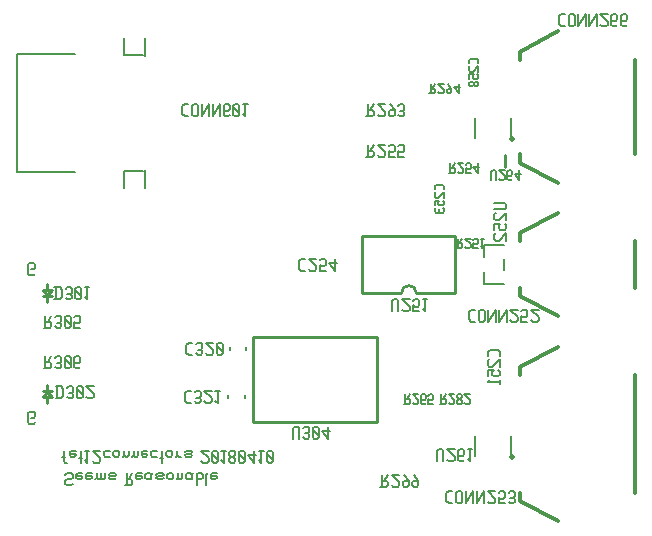
<source format=gbr>
G04 start of page 9 for group -4078 idx -4078 *
G04 Title: fet12connectors, bottomsilk *
G04 Creator: pcb 20140316 *
G04 CreationDate: Thu 12 Apr 2018 02:27:47 AM GMT UTC *
G04 For: brian *
G04 Format: Gerber/RS-274X *
G04 PCB-Dimensions (mil): 6000.00 5000.00 *
G04 PCB-Coordinate-Origin: lower left *
%MOIN*%
%FSLAX25Y25*%
%LNBOTTOMSILK*%
%ADD61C,0.0200*%
%ADD60C,0.0120*%
%ADD59C,0.0080*%
%ADD58C,0.0100*%
G54D58*X191000Y256500D02*X194000D01*
X191000D02*X192500Y258000D01*
X194000Y256500D01*
X191000Y258500D02*X194000D01*
X192500Y260500D02*Y258500D01*
Y256500D02*Y254500D01*
X345000Y337000D02*Y333000D01*
X191000Y292000D02*X194000D01*
X192500Y290500D01*
Y290000D02*Y288000D01*
Y292000D02*Y294000D01*
Y290500D02*X191000Y292000D01*
Y290000D02*X194000D01*
G54D59*X187960Y247480D02*X188450Y247970D01*
X186490Y247480D02*X187960D01*
X186000Y247970D02*X186490Y247480D01*
X186000Y247970D02*Y250910D01*
X186490Y251400D01*
X187960D01*
X188450Y250910D01*
Y249930D02*Y250910D01*
X187960Y249440D02*X188450Y249930D01*
X186980Y249440D02*X187960D01*
Y296980D02*X188450Y297470D01*
X186490Y296980D02*X187960D01*
X186000Y297470D02*X186490Y296980D01*
X186000Y297470D02*Y300410D01*
X186490Y300900D01*
X187960D01*
X188450Y300410D01*
Y299430D02*Y300410D01*
X187960Y298940D02*X188450Y299430D01*
X186980Y298940D02*X187960D01*
X200460Y226980D02*X200950Y227470D01*
X198990Y226980D02*X200460D01*
X198500Y227470D02*X198990Y226980D01*
X198500Y227470D02*Y228450D01*
X198990Y228940D01*
X200460D01*
X200950Y229430D01*
Y230410D01*
X200460Y230900D02*X200950Y230410D01*
X198990Y230900D02*X200460D01*
X198500Y230410D02*X198990Y230900D01*
X202616D02*X204086D01*
X202126Y230410D02*X202616Y230900D01*
X202126Y229430D02*Y230410D01*
Y229430D02*X202616Y228940D01*
X203596D01*
X204086Y229430D01*
X202126Y229920D02*X204086D01*
Y229430D02*Y229920D01*
X205752Y230900D02*X207222D01*
X205262Y230410D02*X205752Y230900D01*
X205262Y229430D02*Y230410D01*
Y229430D02*X205752Y228940D01*
X206732D01*
X207222Y229430D01*
X205262Y229920D02*X207222D01*
Y229430D02*Y229920D01*
X208888Y229430D02*Y230900D01*
Y229430D02*X209378Y228940D01*
X209868D01*
X210358Y229430D01*
Y230900D01*
Y229430D02*X210848Y228940D01*
X211338D01*
X211828Y229430D01*
Y230900D01*
X208398Y228940D02*X208888Y229430D01*
X213494Y230900D02*X214964D01*
X215454Y230410D01*
X214964Y229920D02*X215454Y230410D01*
X213494Y229920D02*X214964D01*
X213004Y229430D02*X213494Y229920D01*
X213004Y229430D02*X213494Y228940D01*
X214964D01*
X215454Y229430D01*
X213004Y230410D02*X213494Y230900D01*
X218394Y226980D02*X220354D01*
X220844Y227470D01*
Y228450D01*
X220354Y228940D02*X220844Y228450D01*
X218884Y228940D02*X220354D01*
X218884Y226980D02*Y230900D01*
X219668Y228940D02*X220844Y230900D01*
X222510D02*X223980D01*
X222020Y230410D02*X222510Y230900D01*
X222020Y229430D02*Y230410D01*
Y229430D02*X222510Y228940D01*
X223490D01*
X223980Y229430D01*
X222020Y229920D02*X223980D01*
Y229430D02*Y229920D01*
X226626Y228940D02*X227116Y229430D01*
X225646Y228940D02*X226626D01*
X225156Y229430D02*X225646Y228940D01*
X225156Y229430D02*Y230410D01*
X225646Y230900D01*
X227116Y228940D02*Y230410D01*
X227606Y230900D01*
X225646D02*X226626D01*
X227116Y230410D01*
X229272Y230900D02*X230742D01*
X231232Y230410D01*
X230742Y229920D02*X231232Y230410D01*
X229272Y229920D02*X230742D01*
X228782Y229430D02*X229272Y229920D01*
X228782Y229430D02*X229272Y228940D01*
X230742D01*
X231232Y229430D01*
X228782Y230410D02*X229272Y230900D01*
X232408Y229430D02*Y230410D01*
Y229430D02*X232898Y228940D01*
X233878D01*
X234368Y229430D01*
Y230410D01*
X233878Y230900D02*X234368Y230410D01*
X232898Y230900D02*X233878D01*
X232408Y230410D02*X232898Y230900D01*
X236034Y229430D02*Y230900D01*
Y229430D02*X236524Y228940D01*
X237014D01*
X237504Y229430D01*
Y230900D01*
X235544Y228940D02*X236034Y229430D01*
X240150Y228940D02*X240640Y229430D01*
X239170Y228940D02*X240150D01*
X238680Y229430D02*X239170Y228940D01*
X238680Y229430D02*Y230410D01*
X239170Y230900D01*
X240640Y228940D02*Y230410D01*
X241130Y230900D01*
X239170D02*X240150D01*
X240640Y230410D01*
X242306Y226980D02*Y230900D01*
Y230410D02*X242796Y230900D01*
X243776D01*
X244266Y230410D01*
Y229430D02*Y230410D01*
X243776Y228940D02*X244266Y229430D01*
X242796Y228940D02*X243776D01*
X242306Y229430D02*X242796Y228940D01*
X245442Y226980D02*Y230410D01*
X245932Y230900D01*
X247402D02*X248872D01*
X246912Y230410D02*X247402Y230900D01*
X246912Y229430D02*Y230410D01*
Y229430D02*X247402Y228940D01*
X248382D01*
X248872Y229430D01*
X246912Y229920D02*X248872D01*
Y229430D02*Y229920D01*
X197990Y234970D02*Y238400D01*
Y234970D02*X198480Y234480D01*
X198970D01*
X197500Y236440D02*X198480D01*
X200440Y238400D02*X201910D01*
X199950Y237910D02*X200440Y238400D01*
X199950Y236930D02*Y237910D01*
Y236930D02*X200440Y236440D01*
X201420D01*
X201910Y236930D01*
X199950Y237420D02*X201910D01*
Y236930D02*Y237420D01*
X203576Y234480D02*Y237910D01*
X204066Y238400D01*
X203086Y235950D02*X204066D01*
X205046Y235264D02*X205830Y234480D01*
Y238400D01*
X205046D02*X206516D01*
X207692Y234970D02*X208182Y234480D01*
X209652D01*
X210142Y234970D01*
Y235950D01*
X207692Y238400D02*X210142Y235950D01*
X207692Y238400D02*X210142D01*
X211808Y236440D02*X213278D01*
X211318Y236930D02*X211808Y236440D01*
X211318Y236930D02*Y237910D01*
X211808Y238400D01*
X213278D01*
X214454Y236930D02*Y237910D01*
Y236930D02*X214944Y236440D01*
X215924D01*
X216414Y236930D01*
Y237910D01*
X215924Y238400D02*X216414Y237910D01*
X214944Y238400D02*X215924D01*
X214454Y237910D02*X214944Y238400D01*
X218080Y236930D02*Y238400D01*
Y236930D02*X218570Y236440D01*
X219060D01*
X219550Y236930D01*
Y238400D01*
X217590Y236440D02*X218080Y236930D01*
X221216D02*Y238400D01*
Y236930D02*X221706Y236440D01*
X222196D01*
X222686Y236930D01*
Y238400D01*
X220726Y236440D02*X221216Y236930D01*
X224352Y238400D02*X225822D01*
X223862Y237910D02*X224352Y238400D01*
X223862Y236930D02*Y237910D01*
Y236930D02*X224352Y236440D01*
X225332D01*
X225822Y236930D01*
X223862Y237420D02*X225822D01*
Y236930D02*Y237420D01*
X227488Y236440D02*X228958D01*
X226998Y236930D02*X227488Y236440D01*
X226998Y236930D02*Y237910D01*
X227488Y238400D01*
X228958D01*
X230624Y234480D02*Y237910D01*
X231114Y238400D01*
X230134Y235950D02*X231114D01*
X232094Y236930D02*Y237910D01*
Y236930D02*X232584Y236440D01*
X233564D01*
X234054Y236930D01*
Y237910D01*
X233564Y238400D02*X234054Y237910D01*
X232584Y238400D02*X233564D01*
X232094Y237910D02*X232584Y238400D01*
X235720Y236930D02*Y238400D01*
Y236930D02*X236210Y236440D01*
X237190D01*
X235230D02*X235720Y236930D01*
X238856Y238400D02*X240326D01*
X240816Y237910D01*
X240326Y237420D02*X240816Y237910D01*
X238856Y237420D02*X240326D01*
X238366Y236930D02*X238856Y237420D01*
X238366Y236930D02*X238856Y236440D01*
X240326D01*
X240816Y236930D01*
X238366Y237910D02*X238856Y238400D01*
X243756Y234970D02*X244246Y234480D01*
X245716D01*
X246206Y234970D01*
Y235950D01*
X243756Y238400D02*X246206Y235950D01*
X243756Y238400D02*X246206D01*
X247382Y237910D02*X247872Y238400D01*
X247382Y234970D02*Y237910D01*
Y234970D02*X247872Y234480D01*
X248852D01*
X249342Y234970D01*
Y237910D01*
X248852Y238400D02*X249342Y237910D01*
X247872Y238400D02*X248852D01*
X247382Y237420D02*X249342Y235460D01*
X250518Y235264D02*X251302Y234480D01*
Y238400D01*
X250518D02*X251988D01*
X253164Y237910D02*X253654Y238400D01*
X253164Y237126D02*Y237910D01*
Y237126D02*X253850Y236440D01*
X254438D01*
X255124Y237126D01*
Y237910D01*
X254634Y238400D02*X255124Y237910D01*
X253654Y238400D02*X254634D01*
X253164Y235754D02*X253850Y236440D01*
X253164Y234970D02*Y235754D01*
Y234970D02*X253654Y234480D01*
X254634D01*
X255124Y234970D01*
Y235754D01*
X254438Y236440D02*X255124Y235754D01*
X256300Y237910D02*X256790Y238400D01*
X256300Y234970D02*Y237910D01*
Y234970D02*X256790Y234480D01*
X257770D01*
X258260Y234970D01*
Y237910D01*
X257770Y238400D02*X258260Y237910D01*
X256790Y238400D02*X257770D01*
X256300Y237420D02*X258260Y235460D01*
X259436Y236930D02*X261396Y234480D01*
X259436Y236930D02*X261886D01*
X261396Y234480D02*Y238400D01*
X263062Y235264D02*X263846Y234480D01*
Y238400D01*
X263062D02*X264532D01*
X265708Y237910D02*X266198Y238400D01*
X265708Y234970D02*Y237910D01*
Y234970D02*X266198Y234480D01*
X267178D01*
X267668Y234970D01*
Y237910D01*
X267178Y238400D02*X267668Y237910D01*
X266198Y238400D02*X267178D01*
X265708Y237420D02*X267668Y235460D01*
G54D60*X388260Y337252D02*Y368748D01*
X349953Y334496D02*Y337252D01*
Y334496D02*X362551Y327803D01*
X349953Y368748D02*Y371504D01*
X362551Y378197D01*
G54D59*X338173Y306878D02*Y302862D01*
Y306878D02*X344827D01*
X338173Y298138D02*Y294122D01*
X344827D01*
Y302469D02*Y298531D01*
G54D61*X347299Y342457D03*
G54D59*X334996Y349445D02*Y342555D01*
X347004Y349445D02*Y342555D01*
G54D60*X388260Y292626D02*Y308374D01*
X349953Y289870D02*Y292626D01*
Y289870D02*X362551Y283177D01*
X349953Y308374D02*Y311130D01*
X362551Y317823D01*
X388260Y224315D02*Y263685D01*
X349953Y221559D02*Y224315D01*
Y221559D02*X362551Y214866D01*
X349953Y263685D02*Y266441D01*
X362551Y273134D01*
G54D61*X347299Y236457D03*
G54D59*X334996Y243445D02*Y236555D01*
X347004Y243445D02*Y236555D01*
G54D58*X297500Y291000D02*Y310000D01*
X328500D01*
Y291000D01*
X297500D02*X310500D01*
X328500D02*X315500D01*
G75*G03X310500Y291000I-2500J0D01*G01*
G54D59*X258755Y272893D02*Y272107D01*
X253245Y272893D02*Y272107D01*
X252745Y256893D02*Y256107D01*
X258255Y256893D02*Y256107D01*
G54D58*X261100Y248000D02*X302500D01*
X261100Y276500D02*Y248000D01*
Y276500D02*X302500D01*
Y248000D01*
G54D59*X225185Y376000D02*Y369898D01*
Y332102D02*Y326000D01*
X218098Y370488D02*X224398D01*
X218098Y331512D02*X224398D01*
X218098Y376000D02*Y370488D01*
Y331512D02*Y326000D01*
X182272Y370685D02*Y331315D01*
Y370685D02*X201563D01*
X182272Y331315D02*X201563D01*
X277050Y302350D02*X278350D01*
X276350Y301650D02*X277050Y302350D01*
X276350Y299050D02*Y301650D01*
Y299050D02*X277050Y298350D01*
X278350D01*
X279550Y298850D02*X280050Y298350D01*
X281550D01*
X282050Y298850D01*
Y299850D01*
X279550Y302350D02*X282050Y299850D01*
X279550Y302350D02*X282050D01*
X283250Y298350D02*X285250D01*
X283250D02*Y300350D01*
X283750Y299850D01*
X284750D01*
X285250Y300350D01*
Y301850D01*
X284750Y302350D02*X285250Y301850D01*
X283750Y302350D02*X284750D01*
X283250Y301850D02*X283750Y302350D01*
X286450Y300850D02*X288450Y298350D01*
X286450Y300850D02*X288950D01*
X288450Y298350D02*Y302350D01*
X239550Y274350D02*X240850D01*
X238850Y273650D02*X239550Y274350D01*
X238850Y271050D02*Y273650D01*
Y271050D02*X239550Y270350D01*
X240850D01*
X242050Y270850D02*X242550Y270350D01*
X243550D01*
X244050Y270850D01*
X243550Y274350D02*X244050Y273850D01*
X242550Y274350D02*X243550D01*
X242050Y273850D02*X242550Y274350D01*
Y272150D02*X243550D01*
X244050Y270850D02*Y271650D01*
Y272650D02*Y273850D01*
Y272650D02*X243550Y272150D01*
X244050Y271650D02*X243550Y272150D01*
X245250Y270850D02*X245750Y270350D01*
X247250D01*
X247750Y270850D01*
Y271850D01*
X245250Y274350D02*X247750Y271850D01*
X245250Y274350D02*X247750D01*
X248950Y273850D02*X249450Y274350D01*
X248950Y270850D02*Y273850D01*
Y270850D02*X249450Y270350D01*
X250450D01*
X250950Y270850D01*
Y273850D01*
X250450Y274350D02*X250950Y273850D01*
X249450Y274350D02*X250450D01*
X248950Y273350D02*X250950Y271350D01*
X324700Y325610D02*Y326611D01*
X324161Y327150D02*X324700Y326611D01*
X322159Y327150D02*X324161D01*
X322159D02*X321620Y326611D01*
Y325610D02*Y326611D01*
X322005Y324686D02*X321620Y324301D01*
Y323146D02*Y324301D01*
Y323146D02*X322005Y322761D01*
X322775D01*
X324700Y324686D02*X322775Y322761D01*
X324700D02*Y324686D01*
X321620Y320297D02*Y321837D01*
X323160D01*
X322775Y321452D01*
Y320682D02*Y321452D01*
Y320682D02*X323160Y320297D01*
X324315D01*
X324700Y320682D02*X324315Y320297D01*
X324700Y320682D02*Y321452D01*
X324315Y321837D02*X324700Y321452D01*
X322005Y319373D02*X321620Y318988D01*
Y318218D02*Y318988D01*
Y318218D02*X322005Y317833D01*
X324700Y318218D02*X324315Y317833D01*
X324700Y318218D02*Y318988D01*
X324315Y319373D02*X324700Y318988D01*
X323006Y318218D02*Y318988D01*
X322005Y317833D02*X322621D01*
X323391D02*X324315D01*
X323391D02*X323006Y318218D01*
X322621Y317833D02*X323006Y318218D01*
X336150Y367630D02*Y368618D01*
X335618Y369150D02*X336150Y368618D01*
X333642Y369150D02*X335618D01*
X333642D02*X333110Y368618D01*
Y367630D02*Y368618D01*
X333490Y366718D02*X333110Y366338D01*
Y365198D02*Y366338D01*
Y365198D02*X333490Y364818D01*
X334250D01*
X336150Y366718D02*X334250Y364818D01*
X336150D02*Y366718D01*
X333110Y362386D02*Y363906D01*
X334630D01*
X334250Y363526D01*
Y362766D02*Y363526D01*
Y362766D02*X334630Y362386D01*
X335770D01*
X336150Y362766D02*X335770Y362386D01*
X336150Y362766D02*Y363526D01*
X335770Y363906D02*X336150Y363526D01*
X335770Y361474D02*X336150Y361094D01*
X335162Y361474D02*X335770D01*
X335162D02*X334630Y360942D01*
Y360486D02*Y360942D01*
Y360486D02*X335162Y359954D01*
X335770D01*
X336150Y360334D02*X335770Y359954D01*
X336150Y360334D02*Y361094D01*
X334098Y361474D02*X334630Y360942D01*
X333490Y361474D02*X334098D01*
X333490D02*X333110Y361094D01*
Y360334D02*Y361094D01*
Y360334D02*X333490Y359954D01*
X334098D01*
X334630Y360486D02*X334098Y359954D01*
X319850Y357620D02*X321390D01*
X321775Y358005D01*
Y358775D01*
X321390Y359160D02*X321775Y358775D01*
X320235Y359160D02*X321390D01*
X320235Y357620D02*Y360700D01*
X320851Y359160D02*X321775Y360700D01*
X322699Y358005D02*X323084Y357620D01*
X324239D01*
X324624Y358005D01*
Y358775D01*
X322699Y360700D02*X324624Y358775D01*
X322699Y360700D02*X324624D01*
X325933D02*X327088Y359160D01*
Y358005D02*Y359160D01*
X326703Y357620D02*X327088Y358005D01*
X325933Y357620D02*X326703D01*
X325548Y358005D02*X325933Y357620D01*
X325548Y358005D02*Y358775D01*
X325933Y359160D01*
X327088D01*
X328012Y359545D02*X329552Y357620D01*
X328012Y359545D02*X329937D01*
X329552Y357620D02*Y360700D01*
X298850Y349850D02*X300850D01*
X301350Y350350D01*
Y351350D01*
X300850Y351850D02*X301350Y351350D01*
X299350Y351850D02*X300850D01*
X299350Y349850D02*Y353850D01*
X300150Y351850D02*X301350Y353850D01*
X302550Y350350D02*X303050Y349850D01*
X304550D01*
X305050Y350350D01*
Y351350D01*
X302550Y353850D02*X305050Y351350D01*
X302550Y353850D02*X305050D01*
X306750D02*X308250Y351850D01*
Y350350D02*Y351850D01*
X307750Y349850D02*X308250Y350350D01*
X306750Y349850D02*X307750D01*
X306250Y350350D02*X306750Y349850D01*
X306250Y350350D02*Y351350D01*
X306750Y351850D01*
X308250D01*
X309450Y350350D02*X309950Y349850D01*
X310950D01*
X311450Y350350D01*
X310950Y353850D02*X311450Y353350D01*
X309950Y353850D02*X310950D01*
X309450Y353350D02*X309950Y353850D01*
Y351650D02*X310950D01*
X311450Y350350D02*Y351150D01*
Y352150D02*Y353350D01*
Y352150D02*X310950Y351650D01*
X311450Y351150D02*X310950Y351650D01*
X298850Y336350D02*X300850D01*
X301350Y336850D01*
Y337850D01*
X300850Y338350D02*X301350Y337850D01*
X299350Y338350D02*X300850D01*
X299350Y336350D02*Y340350D01*
X300150Y338350D02*X301350Y340350D01*
X302550Y336850D02*X303050Y336350D01*
X304550D01*
X305050Y336850D01*
Y337850D01*
X302550Y340350D02*X305050Y337850D01*
X302550Y340350D02*X305050D01*
X306250Y336350D02*X308250D01*
X306250D02*Y338350D01*
X306750Y337850D01*
X307750D01*
X308250Y338350D01*
Y339850D01*
X307750Y340350D02*X308250Y339850D01*
X306750Y340350D02*X307750D01*
X306250Y339850D02*X306750Y340350D01*
X309450Y336350D02*X311450D01*
X309450D02*Y338350D01*
X309950Y337850D01*
X310950D01*
X311450Y338350D01*
Y339850D01*
X310950Y340350D02*X311450Y339850D01*
X309950Y340350D02*X310950D01*
X309450Y339850D02*X309950Y340350D01*
X326350Y331120D02*X327890D01*
X328275Y331505D01*
Y332275D01*
X327890Y332660D02*X328275Y332275D01*
X326735Y332660D02*X327890D01*
X326735Y331120D02*Y334200D01*
X327351Y332660D02*X328275Y334200D01*
X329199Y331505D02*X329584Y331120D01*
X330739D01*
X331124Y331505D01*
Y332275D01*
X329199Y334200D02*X331124Y332275D01*
X329199Y334200D02*X331124D01*
X332048Y331120D02*X333588D01*
X332048D02*Y332660D01*
X332433Y332275D01*
X333203D01*
X333588Y332660D01*
Y333815D01*
X333203Y334200D02*X333588Y333815D01*
X332433Y334200D02*X333203D01*
X332048Y333815D02*X332433Y334200D01*
X334512Y333045D02*X336052Y331120D01*
X334512Y333045D02*X336437D01*
X336052Y331120D02*Y334200D01*
X328850Y306110D02*X330370D01*
X330750Y306490D01*
Y307250D01*
X330370Y307630D02*X330750Y307250D01*
X329230Y307630D02*X330370D01*
X329230Y306110D02*Y309150D01*
X329838Y307630D02*X330750Y309150D01*
X331662Y306490D02*X332042Y306110D01*
X333182D01*
X333562Y306490D01*
Y307250D01*
X331662Y309150D02*X333562Y307250D01*
X331662Y309150D02*X333562D01*
X334474Y306110D02*X335994D01*
X334474D02*Y307630D01*
X334854Y307250D01*
X335614D01*
X335994Y307630D01*
Y308770D01*
X335614Y309150D02*X335994Y308770D01*
X334854Y309150D02*X335614D01*
X334474Y308770D02*X334854Y309150D01*
X336906Y306718D02*X337514Y306110D01*
Y309150D01*
X336906D02*X338046D01*
X341500Y321000D02*X345000D01*
X345500Y320500D01*
Y319500D02*Y320500D01*
Y319500D02*X345000Y319000D01*
X341500D02*X345000D01*
X342000Y317800D02*X341500Y317300D01*
Y315800D02*Y317300D01*
Y315800D02*X342000Y315300D01*
X343000D01*
X345500Y317800D02*X343000Y315300D01*
X345500D02*Y317800D01*
X341500Y312100D02*Y314100D01*
X343500D01*
X343000Y313600D01*
Y312600D02*Y313600D01*
Y312600D02*X343500Y312100D01*
X345000D01*
X345500Y312600D02*X345000Y312100D01*
X345500Y312600D02*Y313600D01*
X345000Y314100D02*X345500Y313600D01*
X342000Y310900D02*X341500Y310400D01*
Y308900D02*Y310400D01*
Y308900D02*X342000Y308400D01*
X343000D01*
X345500Y310900D02*X343000Y308400D01*
X345500D02*Y310900D01*
X340500Y328770D02*Y331465D01*
X340885Y331850D01*
X341655D01*
X342040Y331465D01*
Y328770D02*Y331465D01*
X342964Y329155D02*X343349Y328770D01*
X344504D01*
X344889Y329155D01*
Y329925D01*
X342964Y331850D02*X344889Y329925D01*
X342964Y331850D02*X344889D01*
X346968Y328770D02*X347353Y329155D01*
X346198Y328770D02*X346968D01*
X345813Y329155D02*X346198Y328770D01*
X345813Y329155D02*Y331465D01*
X346198Y331850D01*
X346968Y330156D02*X347353Y330541D01*
X345813Y330156D02*X346968D01*
X346198Y331850D02*X346968D01*
X347353Y331465D01*
Y330541D02*Y331465D01*
X348277Y330695D02*X349817Y328770D01*
X348277Y330695D02*X350202D01*
X349817Y328770D02*Y331850D01*
X239050Y258350D02*X240350D01*
X238350Y257650D02*X239050Y258350D01*
X238350Y255050D02*Y257650D01*
Y255050D02*X239050Y254350D01*
X240350D01*
X241550Y254850D02*X242050Y254350D01*
X243050D01*
X243550Y254850D01*
X243050Y258350D02*X243550Y257850D01*
X242050Y258350D02*X243050D01*
X241550Y257850D02*X242050Y258350D01*
Y256150D02*X243050D01*
X243550Y254850D02*Y255650D01*
Y256650D02*Y257850D01*
Y256650D02*X243050Y256150D01*
X243550Y255650D02*X243050Y256150D01*
X244750Y254850D02*X245250Y254350D01*
X246750D01*
X247250Y254850D01*
Y255850D01*
X244750Y258350D02*X247250Y255850D01*
X244750Y258350D02*X247250D01*
X248450Y255150D02*X249250Y254350D01*
Y258350D01*
X248450D02*X249950D01*
X191350Y265850D02*X193350D01*
X193850Y266350D01*
Y267350D01*
X193350Y267850D02*X193850Y267350D01*
X191850Y267850D02*X193350D01*
X191850Y265850D02*Y269850D01*
X192650Y267850D02*X193850Y269850D01*
X195050Y266350D02*X195550Y265850D01*
X196550D01*
X197050Y266350D01*
X196550Y269850D02*X197050Y269350D01*
X195550Y269850D02*X196550D01*
X195050Y269350D02*X195550Y269850D01*
Y267650D02*X196550D01*
X197050Y266350D02*Y267150D01*
Y268150D02*Y269350D01*
Y268150D02*X196550Y267650D01*
X197050Y267150D02*X196550Y267650D01*
X198250Y269350D02*X198750Y269850D01*
X198250Y266350D02*Y269350D01*
Y266350D02*X198750Y265850D01*
X199750D01*
X200250Y266350D01*
Y269350D01*
X199750Y269850D02*X200250Y269350D01*
X198750Y269850D02*X199750D01*
X198250Y268850D02*X200250Y266850D01*
X202950Y265850D02*X203450Y266350D01*
X201950Y265850D02*X202950D01*
X201450Y266350D02*X201950Y265850D01*
X201450Y266350D02*Y269350D01*
X201950Y269850D01*
X202950Y267650D02*X203450Y268150D01*
X201450Y267650D02*X202950D01*
X201950Y269850D02*X202950D01*
X203450Y269350D01*
Y268150D02*Y269350D01*
X195850Y255850D02*Y259850D01*
X197150Y255850D02*X197850Y256550D01*
Y259150D01*
X197150Y259850D02*X197850Y259150D01*
X195350Y259850D02*X197150D01*
X195350Y255850D02*X197150D01*
X199050Y256350D02*X199550Y255850D01*
X200550D01*
X201050Y256350D01*
X200550Y259850D02*X201050Y259350D01*
X199550Y259850D02*X200550D01*
X199050Y259350D02*X199550Y259850D01*
Y257650D02*X200550D01*
X201050Y256350D02*Y257150D01*
Y258150D02*Y259350D01*
Y258150D02*X200550Y257650D01*
X201050Y257150D02*X200550Y257650D01*
X202250Y259350D02*X202750Y259850D01*
X202250Y256350D02*Y259350D01*
Y256350D02*X202750Y255850D01*
X203750D01*
X204250Y256350D01*
Y259350D01*
X203750Y259850D02*X204250Y259350D01*
X202750Y259850D02*X203750D01*
X202250Y258850D02*X204250Y256850D01*
X205450Y256350D02*X205950Y255850D01*
X207450D01*
X207950Y256350D01*
Y257350D01*
X205450Y259850D02*X207950Y257350D01*
X205450Y259850D02*X207950D01*
X195350Y288850D02*Y292850D01*
X196650Y288850D02*X197350Y289550D01*
Y292150D01*
X196650Y292850D02*X197350Y292150D01*
X194850Y292850D02*X196650D01*
X194850Y288850D02*X196650D01*
X198550Y289350D02*X199050Y288850D01*
X200050D01*
X200550Y289350D01*
X200050Y292850D02*X200550Y292350D01*
X199050Y292850D02*X200050D01*
X198550Y292350D02*X199050Y292850D01*
Y290650D02*X200050D01*
X200550Y289350D02*Y290150D01*
Y291150D02*Y292350D01*
Y291150D02*X200050Y290650D01*
X200550Y290150D02*X200050Y290650D01*
X201750Y292350D02*X202250Y292850D01*
X201750Y289350D02*Y292350D01*
Y289350D02*X202250Y288850D01*
X203250D01*
X203750Y289350D01*
Y292350D01*
X203250Y292850D02*X203750Y292350D01*
X202250Y292850D02*X203250D01*
X201750Y291850D02*X203750Y289850D01*
X204950Y289650D02*X205750Y288850D01*
Y292850D01*
X204950D02*X206450D01*
X191350Y279350D02*X193350D01*
X193850Y279850D01*
Y280850D01*
X193350Y281350D02*X193850Y280850D01*
X191850Y281350D02*X193350D01*
X191850Y279350D02*Y283350D01*
X192650Y281350D02*X193850Y283350D01*
X195050Y279850D02*X195550Y279350D01*
X196550D01*
X197050Y279850D01*
X196550Y283350D02*X197050Y282850D01*
X195550Y283350D02*X196550D01*
X195050Y282850D02*X195550Y283350D01*
Y281150D02*X196550D01*
X197050Y279850D02*Y280650D01*
Y281650D02*Y282850D01*
Y281650D02*X196550Y281150D01*
X197050Y280650D02*X196550Y281150D01*
X198250Y282850D02*X198750Y283350D01*
X198250Y279850D02*Y282850D01*
Y279850D02*X198750Y279350D01*
X199750D01*
X200250Y279850D01*
Y282850D01*
X199750Y283350D02*X200250Y282850D01*
X198750Y283350D02*X199750D01*
X198250Y282350D02*X200250Y280350D01*
X201450Y279350D02*X203450D01*
X201450D02*Y281350D01*
X201950Y280850D01*
X202950D01*
X203450Y281350D01*
Y282850D01*
X202950Y283350D02*X203450Y282850D01*
X201950Y283350D02*X202950D01*
X201450Y282850D02*X201950Y283350D01*
X274500Y242500D02*Y246000D01*
X275000Y246500D01*
X276000D01*
X276500Y246000D01*
Y242500D02*Y246000D01*
X277700Y243000D02*X278200Y242500D01*
X279200D01*
X279700Y243000D01*
X279200Y246500D02*X279700Y246000D01*
X278200Y246500D02*X279200D01*
X277700Y246000D02*X278200Y246500D01*
Y244300D02*X279200D01*
X279700Y243000D02*Y243800D01*
Y244800D02*Y246000D01*
Y244800D02*X279200Y244300D01*
X279700Y243800D02*X279200Y244300D01*
X280900Y246000D02*X281400Y246500D01*
X280900Y243000D02*Y246000D01*
Y243000D02*X281400Y242500D01*
X282400D01*
X282900Y243000D01*
Y246000D01*
X282400Y246500D02*X282900Y246000D01*
X281400Y246500D02*X282400D01*
X280900Y245500D02*X282900Y243500D01*
X284100Y245000D02*X286100Y242500D01*
X284100Y245000D02*X286600D01*
X286100Y242500D02*Y246500D01*
X238200Y354000D02*X239500D01*
X237500Y353300D02*X238200Y354000D01*
X237500Y350700D02*Y353300D01*
Y350700D02*X238200Y350000D01*
X239500D01*
X240700Y350500D02*Y353500D01*
Y350500D02*X241200Y350000D01*
X242200D01*
X242700Y350500D01*
Y353500D01*
X242200Y354000D02*X242700Y353500D01*
X241200Y354000D02*X242200D01*
X240700Y353500D02*X241200Y354000D01*
X243900Y350000D02*Y354000D01*
Y350000D02*X246400Y354000D01*
Y350000D02*Y354000D01*
X247600Y350000D02*Y354000D01*
Y350000D02*X250100Y354000D01*
Y350000D02*Y354000D01*
X252800Y350000D02*X253300Y350500D01*
X251800Y350000D02*X252800D01*
X251300Y350500D02*X251800Y350000D01*
X251300Y350500D02*Y353500D01*
X251800Y354000D01*
X252800Y351800D02*X253300Y352300D01*
X251300Y351800D02*X252800D01*
X251800Y354000D02*X252800D01*
X253300Y353500D01*
Y352300D02*Y353500D01*
X254500D02*X255000Y354000D01*
X254500Y350500D02*Y353500D01*
Y350500D02*X255000Y350000D01*
X256000D01*
X256500Y350500D01*
Y353500D01*
X256000Y354000D02*X256500Y353500D01*
X255000Y354000D02*X256000D01*
X254500Y353000D02*X256500Y351000D01*
X257700Y350800D02*X258500Y350000D01*
Y354000D01*
X257700D02*X259200D01*
X363700Y384000D02*X365000D01*
X363000Y383300D02*X363700Y384000D01*
X363000Y380700D02*Y383300D01*
Y380700D02*X363700Y380000D01*
X365000D01*
X366200Y380500D02*Y383500D01*
Y380500D02*X366700Y380000D01*
X367700D01*
X368200Y380500D01*
Y383500D01*
X367700Y384000D02*X368200Y383500D01*
X366700Y384000D02*X367700D01*
X366200Y383500D02*X366700Y384000D01*
X369400Y380000D02*Y384000D01*
Y380000D02*X371900Y384000D01*
Y380000D02*Y384000D01*
X373100Y380000D02*Y384000D01*
Y380000D02*X375600Y384000D01*
Y380000D02*Y384000D01*
X376800Y380500D02*X377300Y380000D01*
X378800D01*
X379300Y380500D01*
Y381500D01*
X376800Y384000D02*X379300Y381500D01*
X376800Y384000D02*X379300D01*
X382000Y380000D02*X382500Y380500D01*
X381000Y380000D02*X382000D01*
X380500Y380500D02*X381000Y380000D01*
X380500Y380500D02*Y383500D01*
X381000Y384000D01*
X382000Y381800D02*X382500Y382300D01*
X380500Y381800D02*X382000D01*
X381000Y384000D02*X382000D01*
X382500Y383500D01*
Y382300D02*Y383500D01*
X385200Y380000D02*X385700Y380500D01*
X384200Y380000D02*X385200D01*
X383700Y380500D02*X384200Y380000D01*
X383700Y380500D02*Y383500D01*
X384200Y384000D01*
X385200Y381800D02*X385700Y382300D01*
X383700Y381800D02*X385200D01*
X384200Y384000D02*X385200D01*
X385700Y383500D01*
Y382300D02*Y383500D01*
X333700Y285500D02*X335000D01*
X333000Y284800D02*X333700Y285500D01*
X333000Y282200D02*Y284800D01*
Y282200D02*X333700Y281500D01*
X335000D01*
X336200Y282000D02*Y285000D01*
Y282000D02*X336700Y281500D01*
X337700D01*
X338200Y282000D01*
Y285000D01*
X337700Y285500D02*X338200Y285000D01*
X336700Y285500D02*X337700D01*
X336200Y285000D02*X336700Y285500D01*
X339400Y281500D02*Y285500D01*
Y281500D02*X341900Y285500D01*
Y281500D02*Y285500D01*
X343100Y281500D02*Y285500D01*
Y281500D02*X345600Y285500D01*
Y281500D02*Y285500D01*
X346800Y282000D02*X347300Y281500D01*
X348800D01*
X349300Y282000D01*
Y283000D01*
X346800Y285500D02*X349300Y283000D01*
X346800Y285500D02*X349300D01*
X350500Y281500D02*X352500D01*
X350500D02*Y283500D01*
X351000Y283000D01*
X352000D01*
X352500Y283500D01*
Y285000D01*
X352000Y285500D02*X352500Y285000D01*
X351000Y285500D02*X352000D01*
X350500Y285000D02*X351000Y285500D01*
X353700Y282000D02*X354200Y281500D01*
X355700D01*
X356200Y282000D01*
Y283000D01*
X353700Y285500D02*X356200Y283000D01*
X353700Y285500D02*X356200D01*
X307500Y285000D02*Y288500D01*
X308000Y289000D01*
X309000D01*
X309500Y288500D01*
Y285000D02*Y288500D01*
X310700Y285500D02*X311200Y285000D01*
X312700D01*
X313200Y285500D01*
Y286500D01*
X310700Y289000D02*X313200Y286500D01*
X310700Y289000D02*X313200D01*
X314400Y285000D02*X316400D01*
X314400D02*Y287000D01*
X314900Y286500D01*
X315900D01*
X316400Y287000D01*
Y288500D01*
X315900Y289000D02*X316400Y288500D01*
X314900Y289000D02*X315900D01*
X314400Y288500D02*X314900Y289000D01*
X317600Y285800D02*X318400Y285000D01*
Y289000D01*
X317600D02*X319100D01*
X326200Y225000D02*X327500D01*
X325500Y224300D02*X326200Y225000D01*
X325500Y221700D02*Y224300D01*
Y221700D02*X326200Y221000D01*
X327500D01*
X328700Y221500D02*Y224500D01*
Y221500D02*X329200Y221000D01*
X330200D01*
X330700Y221500D01*
Y224500D01*
X330200Y225000D02*X330700Y224500D01*
X329200Y225000D02*X330200D01*
X328700Y224500D02*X329200Y225000D01*
X331900Y221000D02*Y225000D01*
Y221000D02*X334400Y225000D01*
Y221000D02*Y225000D01*
X335600Y221000D02*Y225000D01*
Y221000D02*X338100Y225000D01*
Y221000D02*Y225000D01*
X339300Y221500D02*X339800Y221000D01*
X341300D01*
X341800Y221500D01*
Y222500D01*
X339300Y225000D02*X341800Y222500D01*
X339300Y225000D02*X341800D01*
X343000Y221000D02*X345000D01*
X343000D02*Y223000D01*
X343500Y222500D01*
X344500D01*
X345000Y223000D01*
Y224500D01*
X344500Y225000D02*X345000Y224500D01*
X343500Y225000D02*X344500D01*
X343000Y224500D02*X343500Y225000D01*
X346200Y221500D02*X346700Y221000D01*
X347700D01*
X348200Y221500D01*
X347700Y225000D02*X348200Y224500D01*
X346700Y225000D02*X347700D01*
X346200Y224500D02*X346700Y225000D01*
Y222800D02*X347700D01*
X348200Y221500D02*Y222300D01*
Y223300D02*Y224500D01*
Y223300D02*X347700Y222800D01*
X348200Y222300D02*X347700Y222800D01*
X303500Y226500D02*X305500D01*
X306000Y227000D01*
Y228000D01*
X305500Y228500D02*X306000Y228000D01*
X304000Y228500D02*X305500D01*
X304000Y226500D02*Y230500D01*
X304800Y228500D02*X306000Y230500D01*
X307200Y227000D02*X307700Y226500D01*
X309200D01*
X309700Y227000D01*
Y228000D01*
X307200Y230500D02*X309700Y228000D01*
X307200Y230500D02*X309700D01*
X311400D02*X312900Y228500D01*
Y227000D02*Y228500D01*
X312400Y226500D02*X312900Y227000D01*
X311400Y226500D02*X312400D01*
X310900Y227000D02*X311400Y226500D01*
X310900Y227000D02*Y228000D01*
X311400Y228500D01*
X312900D01*
X314600Y230500D02*X316100Y228500D01*
Y227000D02*Y228500D01*
X315600Y226500D02*X316100Y227000D01*
X314600Y226500D02*X315600D01*
X314100Y227000D02*X314600Y226500D01*
X314100Y227000D02*Y228000D01*
X314600Y228500D01*
X316100D01*
X323350Y254120D02*X324890D01*
X325275Y254505D01*
Y255275D01*
X324890Y255660D02*X325275Y255275D01*
X323735Y255660D02*X324890D01*
X323735Y254120D02*Y257200D01*
X324351Y255660D02*X325275Y257200D01*
X326199Y254505D02*X326584Y254120D01*
X327739D01*
X328124Y254505D01*
Y255275D01*
X326199Y257200D02*X328124Y255275D01*
X326199Y257200D02*X328124D01*
X329048Y256815D02*X329433Y257200D01*
X329048Y256199D02*Y256815D01*
Y256199D02*X329587Y255660D01*
X330049D01*
X330588Y256199D01*
Y256815D01*
X330203Y257200D02*X330588Y256815D01*
X329433Y257200D02*X330203D01*
X329048Y255121D02*X329587Y255660D01*
X329048Y254505D02*Y255121D01*
Y254505D02*X329433Y254120D01*
X330203D01*
X330588Y254505D01*
Y255121D01*
X330049Y255660D02*X330588Y255121D01*
X331512Y254505D02*X331897Y254120D01*
X333052D01*
X333437Y254505D01*
Y255275D01*
X331512Y257200D02*X333437Y255275D01*
X331512Y257200D02*X333437D01*
X343350Y270150D02*Y271450D01*
X342650Y272150D02*X343350Y271450D01*
X340050Y272150D02*X342650D01*
X340050D02*X339350Y271450D01*
Y270150D02*Y271450D01*
X339850Y268950D02*X339350Y268450D01*
Y266950D02*Y268450D01*
Y266950D02*X339850Y266450D01*
X340850D01*
X343350Y268950D02*X340850Y266450D01*
X343350D02*Y268950D01*
X339350Y263250D02*Y265250D01*
X341350D01*
X340850Y264750D01*
Y263750D02*Y264750D01*
Y263750D02*X341350Y263250D01*
X342850D01*
X343350Y263750D02*X342850Y263250D01*
X343350Y263750D02*Y264750D01*
X342850Y265250D02*X343350Y264750D01*
X340150Y262050D02*X339350Y261250D01*
X343350D01*
Y260550D02*Y262050D01*
X322500Y235000D02*Y238500D01*
X323000Y239000D01*
X324000D01*
X324500Y238500D01*
Y235000D02*Y238500D01*
X325700Y235500D02*X326200Y235000D01*
X327700D01*
X328200Y235500D01*
Y236500D01*
X325700Y239000D02*X328200Y236500D01*
X325700Y239000D02*X328200D01*
X330900Y235000D02*X331400Y235500D01*
X329900Y235000D02*X330900D01*
X329400Y235500D02*X329900Y235000D01*
X329400Y235500D02*Y238500D01*
X329900Y239000D01*
X330900Y236800D02*X331400Y237300D01*
X329400Y236800D02*X330900D01*
X329900Y239000D02*X330900D01*
X331400Y238500D01*
Y237300D02*Y238500D01*
X332600Y235800D02*X333400Y235000D01*
Y239000D01*
X332600D02*X334100D01*
X311350Y254120D02*X312890D01*
X313275Y254505D01*
Y255275D01*
X312890Y255660D02*X313275Y255275D01*
X311735Y255660D02*X312890D01*
X311735Y254120D02*Y257200D01*
X312351Y255660D02*X313275Y257200D01*
X314199Y254505D02*X314584Y254120D01*
X315739D01*
X316124Y254505D01*
Y255275D01*
X314199Y257200D02*X316124Y255275D01*
X314199Y257200D02*X316124D01*
X318203Y254120D02*X318588Y254505D01*
X317433Y254120D02*X318203D01*
X317048Y254505D02*X317433Y254120D01*
X317048Y254505D02*Y256815D01*
X317433Y257200D01*
X318203Y255506D02*X318588Y255891D01*
X317048Y255506D02*X318203D01*
X317433Y257200D02*X318203D01*
X318588Y256815D01*
Y255891D02*Y256815D01*
X319512Y254120D02*X321052D01*
X319512D02*Y255660D01*
X319897Y255275D01*
X320667D01*
X321052Y255660D01*
Y256815D01*
X320667Y257200D02*X321052Y256815D01*
X319897Y257200D02*X320667D01*
X319512Y256815D02*X319897Y257200D01*
M02*

</source>
